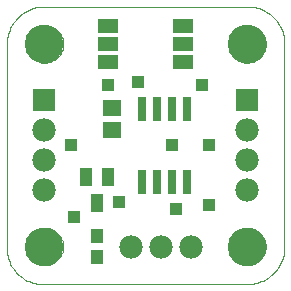
<source format=gts>
G75*
G70*
%OFA0B0*%
%FSLAX24Y24*%
%IPPOS*%
%LPD*%
%AMOC8*
5,1,8,0,0,1.08239X$1,22.5*
%
%ADD10C,0.0000*%
%ADD11C,0.1290*%
%ADD12R,0.0780X0.0780*%
%ADD13C,0.0780*%
%ADD14R,0.0434X0.0473*%
%ADD15R,0.0300X0.0840*%
%ADD16R,0.0670X0.0500*%
%ADD17R,0.0434X0.0591*%
%ADD18R,0.0631X0.0552*%
%ADD19R,0.0396X0.0396*%
D10*
X000536Y001785D02*
X000534Y001719D01*
X000536Y001653D01*
X000542Y001587D01*
X000551Y001521D01*
X000564Y001456D01*
X000581Y001391D01*
X000601Y001328D01*
X000625Y001266D01*
X000652Y001206D01*
X000683Y001147D01*
X000717Y001089D01*
X000754Y001034D01*
X000794Y000981D01*
X000837Y000931D01*
X000882Y000882D01*
X000931Y000837D01*
X000981Y000794D01*
X001034Y000754D01*
X001089Y000717D01*
X001147Y000683D01*
X001206Y000652D01*
X001266Y000625D01*
X001328Y000601D01*
X001391Y000581D01*
X001456Y000564D01*
X001521Y000551D01*
X001587Y000542D01*
X001653Y000536D01*
X001719Y000534D01*
X001785Y000536D01*
X001785Y000535D02*
X008535Y000535D01*
X008603Y000537D01*
X008670Y000542D01*
X008737Y000551D01*
X008804Y000564D01*
X008869Y000581D01*
X008934Y000600D01*
X008998Y000624D01*
X009060Y000651D01*
X009121Y000681D01*
X009179Y000714D01*
X009236Y000750D01*
X009291Y000790D01*
X009344Y000832D01*
X009395Y000878D01*
X009442Y000925D01*
X009488Y000976D01*
X009530Y001029D01*
X009570Y001084D01*
X009606Y001141D01*
X009639Y001199D01*
X009669Y001260D01*
X009696Y001322D01*
X009720Y001386D01*
X009739Y001451D01*
X009756Y001516D01*
X009769Y001583D01*
X009778Y001650D01*
X009783Y001717D01*
X009785Y001785D01*
X009785Y008535D01*
X009783Y008603D01*
X009778Y008670D01*
X009769Y008737D01*
X009756Y008804D01*
X009739Y008869D01*
X009720Y008934D01*
X009696Y008998D01*
X009669Y009060D01*
X009639Y009121D01*
X009606Y009179D01*
X009570Y009236D01*
X009530Y009291D01*
X009488Y009344D01*
X009442Y009395D01*
X009395Y009442D01*
X009344Y009488D01*
X009291Y009530D01*
X009236Y009570D01*
X009179Y009606D01*
X009121Y009639D01*
X009060Y009669D01*
X008998Y009696D01*
X008934Y009720D01*
X008869Y009739D01*
X008804Y009756D01*
X008737Y009769D01*
X008670Y009778D01*
X008603Y009783D01*
X008535Y009785D01*
X001785Y009785D01*
X001160Y008535D02*
X001162Y008585D01*
X001168Y008634D01*
X001178Y008683D01*
X001191Y008730D01*
X001209Y008777D01*
X001230Y008822D01*
X001254Y008865D01*
X001282Y008906D01*
X001313Y008945D01*
X001347Y008981D01*
X001384Y009015D01*
X001424Y009045D01*
X001465Y009072D01*
X001509Y009096D01*
X001554Y009116D01*
X001601Y009132D01*
X001649Y009145D01*
X001698Y009154D01*
X001748Y009159D01*
X001797Y009160D01*
X001847Y009157D01*
X001896Y009150D01*
X001945Y009139D01*
X001992Y009125D01*
X002038Y009106D01*
X002083Y009084D01*
X002126Y009059D01*
X002166Y009030D01*
X002204Y008998D01*
X002240Y008964D01*
X002273Y008926D01*
X002302Y008886D01*
X002328Y008844D01*
X002351Y008800D01*
X002370Y008754D01*
X002386Y008707D01*
X002398Y008658D01*
X002406Y008609D01*
X002410Y008560D01*
X002410Y008510D01*
X002406Y008461D01*
X002398Y008412D01*
X002386Y008363D01*
X002370Y008316D01*
X002351Y008270D01*
X002328Y008226D01*
X002302Y008184D01*
X002273Y008144D01*
X002240Y008106D01*
X002204Y008072D01*
X002166Y008040D01*
X002126Y008011D01*
X002083Y007986D01*
X002038Y007964D01*
X001992Y007945D01*
X001945Y007931D01*
X001896Y007920D01*
X001847Y007913D01*
X001797Y007910D01*
X001748Y007911D01*
X001698Y007916D01*
X001649Y007925D01*
X001601Y007938D01*
X001554Y007954D01*
X001509Y007974D01*
X001465Y007998D01*
X001424Y008025D01*
X001384Y008055D01*
X001347Y008089D01*
X001313Y008125D01*
X001282Y008164D01*
X001254Y008205D01*
X001230Y008248D01*
X001209Y008293D01*
X001191Y008340D01*
X001178Y008387D01*
X001168Y008436D01*
X001162Y008485D01*
X001160Y008535D01*
X000535Y008535D02*
X000535Y001785D01*
X001160Y001785D02*
X001162Y001835D01*
X001168Y001884D01*
X001178Y001933D01*
X001191Y001980D01*
X001209Y002027D01*
X001230Y002072D01*
X001254Y002115D01*
X001282Y002156D01*
X001313Y002195D01*
X001347Y002231D01*
X001384Y002265D01*
X001424Y002295D01*
X001465Y002322D01*
X001509Y002346D01*
X001554Y002366D01*
X001601Y002382D01*
X001649Y002395D01*
X001698Y002404D01*
X001748Y002409D01*
X001797Y002410D01*
X001847Y002407D01*
X001896Y002400D01*
X001945Y002389D01*
X001992Y002375D01*
X002038Y002356D01*
X002083Y002334D01*
X002126Y002309D01*
X002166Y002280D01*
X002204Y002248D01*
X002240Y002214D01*
X002273Y002176D01*
X002302Y002136D01*
X002328Y002094D01*
X002351Y002050D01*
X002370Y002004D01*
X002386Y001957D01*
X002398Y001908D01*
X002406Y001859D01*
X002410Y001810D01*
X002410Y001760D01*
X002406Y001711D01*
X002398Y001662D01*
X002386Y001613D01*
X002370Y001566D01*
X002351Y001520D01*
X002328Y001476D01*
X002302Y001434D01*
X002273Y001394D01*
X002240Y001356D01*
X002204Y001322D01*
X002166Y001290D01*
X002126Y001261D01*
X002083Y001236D01*
X002038Y001214D01*
X001992Y001195D01*
X001945Y001181D01*
X001896Y001170D01*
X001847Y001163D01*
X001797Y001160D01*
X001748Y001161D01*
X001698Y001166D01*
X001649Y001175D01*
X001601Y001188D01*
X001554Y001204D01*
X001509Y001224D01*
X001465Y001248D01*
X001424Y001275D01*
X001384Y001305D01*
X001347Y001339D01*
X001313Y001375D01*
X001282Y001414D01*
X001254Y001455D01*
X001230Y001498D01*
X001209Y001543D01*
X001191Y001590D01*
X001178Y001637D01*
X001168Y001686D01*
X001162Y001735D01*
X001160Y001785D01*
X000535Y008535D02*
X000537Y008603D01*
X000542Y008670D01*
X000551Y008737D01*
X000564Y008804D01*
X000581Y008869D01*
X000600Y008934D01*
X000624Y008998D01*
X000651Y009060D01*
X000681Y009121D01*
X000714Y009179D01*
X000750Y009236D01*
X000790Y009291D01*
X000832Y009344D01*
X000878Y009395D01*
X000925Y009442D01*
X000976Y009488D01*
X001029Y009530D01*
X001084Y009570D01*
X001141Y009606D01*
X001199Y009639D01*
X001260Y009669D01*
X001322Y009696D01*
X001386Y009720D01*
X001451Y009739D01*
X001516Y009756D01*
X001583Y009769D01*
X001650Y009778D01*
X001717Y009783D01*
X001785Y009785D01*
X007910Y008535D02*
X007912Y008585D01*
X007918Y008634D01*
X007928Y008683D01*
X007941Y008730D01*
X007959Y008777D01*
X007980Y008822D01*
X008004Y008865D01*
X008032Y008906D01*
X008063Y008945D01*
X008097Y008981D01*
X008134Y009015D01*
X008174Y009045D01*
X008215Y009072D01*
X008259Y009096D01*
X008304Y009116D01*
X008351Y009132D01*
X008399Y009145D01*
X008448Y009154D01*
X008498Y009159D01*
X008547Y009160D01*
X008597Y009157D01*
X008646Y009150D01*
X008695Y009139D01*
X008742Y009125D01*
X008788Y009106D01*
X008833Y009084D01*
X008876Y009059D01*
X008916Y009030D01*
X008954Y008998D01*
X008990Y008964D01*
X009023Y008926D01*
X009052Y008886D01*
X009078Y008844D01*
X009101Y008800D01*
X009120Y008754D01*
X009136Y008707D01*
X009148Y008658D01*
X009156Y008609D01*
X009160Y008560D01*
X009160Y008510D01*
X009156Y008461D01*
X009148Y008412D01*
X009136Y008363D01*
X009120Y008316D01*
X009101Y008270D01*
X009078Y008226D01*
X009052Y008184D01*
X009023Y008144D01*
X008990Y008106D01*
X008954Y008072D01*
X008916Y008040D01*
X008876Y008011D01*
X008833Y007986D01*
X008788Y007964D01*
X008742Y007945D01*
X008695Y007931D01*
X008646Y007920D01*
X008597Y007913D01*
X008547Y007910D01*
X008498Y007911D01*
X008448Y007916D01*
X008399Y007925D01*
X008351Y007938D01*
X008304Y007954D01*
X008259Y007974D01*
X008215Y007998D01*
X008174Y008025D01*
X008134Y008055D01*
X008097Y008089D01*
X008063Y008125D01*
X008032Y008164D01*
X008004Y008205D01*
X007980Y008248D01*
X007959Y008293D01*
X007941Y008340D01*
X007928Y008387D01*
X007918Y008436D01*
X007912Y008485D01*
X007910Y008535D01*
X007910Y001785D02*
X007912Y001835D01*
X007918Y001884D01*
X007928Y001933D01*
X007941Y001980D01*
X007959Y002027D01*
X007980Y002072D01*
X008004Y002115D01*
X008032Y002156D01*
X008063Y002195D01*
X008097Y002231D01*
X008134Y002265D01*
X008174Y002295D01*
X008215Y002322D01*
X008259Y002346D01*
X008304Y002366D01*
X008351Y002382D01*
X008399Y002395D01*
X008448Y002404D01*
X008498Y002409D01*
X008547Y002410D01*
X008597Y002407D01*
X008646Y002400D01*
X008695Y002389D01*
X008742Y002375D01*
X008788Y002356D01*
X008833Y002334D01*
X008876Y002309D01*
X008916Y002280D01*
X008954Y002248D01*
X008990Y002214D01*
X009023Y002176D01*
X009052Y002136D01*
X009078Y002094D01*
X009101Y002050D01*
X009120Y002004D01*
X009136Y001957D01*
X009148Y001908D01*
X009156Y001859D01*
X009160Y001810D01*
X009160Y001760D01*
X009156Y001711D01*
X009148Y001662D01*
X009136Y001613D01*
X009120Y001566D01*
X009101Y001520D01*
X009078Y001476D01*
X009052Y001434D01*
X009023Y001394D01*
X008990Y001356D01*
X008954Y001322D01*
X008916Y001290D01*
X008876Y001261D01*
X008833Y001236D01*
X008788Y001214D01*
X008742Y001195D01*
X008695Y001181D01*
X008646Y001170D01*
X008597Y001163D01*
X008547Y001160D01*
X008498Y001161D01*
X008448Y001166D01*
X008399Y001175D01*
X008351Y001188D01*
X008304Y001204D01*
X008259Y001224D01*
X008215Y001248D01*
X008174Y001275D01*
X008134Y001305D01*
X008097Y001339D01*
X008063Y001375D01*
X008032Y001414D01*
X008004Y001455D01*
X007980Y001498D01*
X007959Y001543D01*
X007941Y001590D01*
X007928Y001637D01*
X007918Y001686D01*
X007912Y001735D01*
X007910Y001785D01*
D11*
X008535Y001785D03*
X008535Y008535D03*
X001785Y008535D03*
X001785Y001785D03*
D12*
X001785Y006660D03*
X008535Y006660D03*
D13*
X008535Y005660D03*
X008535Y004660D03*
X008535Y003660D03*
X006660Y001785D03*
X005660Y001785D03*
X004660Y001785D03*
X001785Y003660D03*
X001785Y004660D03*
X001785Y005660D03*
D14*
X003535Y002120D03*
X003535Y001450D03*
D15*
X005035Y003950D03*
X005535Y003950D03*
X006035Y003950D03*
X006535Y003950D03*
X006535Y006370D03*
X006035Y006370D03*
X005535Y006370D03*
X005035Y006370D03*
D16*
X003910Y007935D03*
X003910Y008535D03*
X003910Y009135D03*
X006410Y009135D03*
X006410Y008535D03*
X006410Y007935D03*
D17*
X003909Y004093D03*
X003161Y004093D03*
X003535Y003227D03*
D18*
X004035Y005661D03*
X004035Y006409D03*
D19*
X003910Y007160D03*
X004910Y007285D03*
X006035Y005160D03*
X007285Y005160D03*
X007035Y007160D03*
X004285Y003285D03*
X002785Y002785D03*
X002660Y005160D03*
X006160Y003035D03*
X007285Y003160D03*
M02*

</source>
